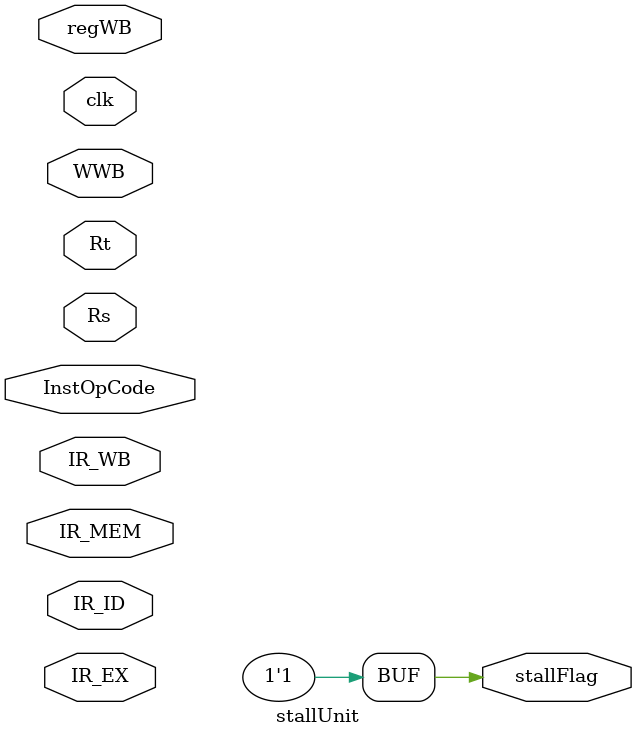
<source format=v>
module stallUnit(
    input clk,
    input [4:0] Rs,
    input [4:0] Rt,
    input [5:0] InstOpCode,
    input [31:0] IR_ID,
    input [31:0] IR_EX,
    input [31:0] IR_MEM,
    input [4:0] regWB,
    input WWB,
    input [31:0] IR_WB,
    output reg stallFlag
);

reg We1,We2,We3;
reg [4:0]Ws1,Ws2,Ws3;
reg Res,Ret;

initial begin
    stallFlag=1'b1;
    We1=1'b0;
    We2=1'b0;
    We3=1'b0;
    Res=1'b0;
    Ret=1'b0;
end

always @(posedge clk)begin
    if(IR_ID != 32'b0)begin
        case(InstOpCode)
            //Rtype
            6'b0:begin
                Res=1'b1;
                Ret=1'b1;
            end
            6'b100011:begin//lw
                Res=1'b1;
                Ret=1'b0;
            end
            6'b101011:begin//sw
                Res=1'b1;
                Ret=1'b1;
            end
            6'b000010:begin//jump
                Res=1'b0;
                Ret=1'b0;
            end
            6'b100:begin//beq
                Res=1'b1;
                Ret=1'b1;
            end
            6'b101:begin//bne
                Res=1'b1;
                Ret=1'b1;
            end
            default begin//IType
                Res=1'b1;
                Ret=1'b0;
            end
        endcase
    end
    else begin
        Res=1'b0;
        Ret=1'b0;
    end

    //
    if(IR_EX != 32'b0)begin
        case(IR_EX[31:26])//we1,ws1
        //Rtype:opcode 6bit and function
            6'b0:begin
                We1=1'b1;
                Ws1=IR_EX[15:11];
            end		 
            6'b100011:begin//lw
                We1=1'b1;
                Ws1=IR_EX[20:16];
            end
            6'b101011:begin//sw
                We1=1'b0;
                Ws1=5'b0;
            end
            6'b000010:begin//jump
                We1=1'b0;
                Ws1=5'b0;
            end
            6'b100:begin//beq
                We1=1'b0;
                Ws1=5'b0;
            end
            6'b101:begin//bne
                We1=1'b0;
                Ws1=5'b0;
            end
            default begin//IType
                We1=1'b1;
                Ws1=IR_EX[20:16];
            end
        endcase
    end
    else begin
        We1=1'b0;
    end

    //
    if(IR_MEM != 32'b0)begin
        case(IR_MEM[31:26])//we2,ws2
        //Rtype:opcode 6bit and function 6bit
            6'b0:begin
                We2=1'b1;
                Ws2=IR_EX[15:11];
            end
            6'b100011:begin//lw
                We2=1'b1;
                Ws2=IR_EX[20:16];
            end
            6'b101011:begin//sw
                We2=1'b0;
                Ws2=5'b0;
            end
            6'b000010:begin//jump
                We2=1'b0;
                Ws2=5'b0;
            end
            6'b100:begin//beq
                We2=1'b0;
                Ws2=5'b0;
            end
            6'b101:begin//bne
                We2=1'b0;
                Ws2=5'b0;
            end
            default begin//IType
                We2=1'b1;
                Ws2=IR_EX[20:16];
            end
        endcase
    end
    else begin
        We2=1'b0;
    end

    //
    if(IR_WB != 32'b0)begin
        We3=WWB;
        Ws3=regWB;
    end
    else begin
        We3=1'b0;
    end
    stall=~((((Rs==Ws1)&We1) + ((Rs==Ws2)&We2) + ((Rs==Ws3)&We3))&Res + (((Rt==Ws1)&We1) + ((Rt==Ws2)&We2) + ((Rt==Ws3)&We3))&Ret);

end
endmodule
</source>
